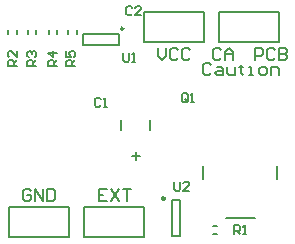
<source format=gto>
%FSLAX24Y24*%
%MOIN*%
G70*
G01*
G75*
G04 Layer_Color=65535*
%ADD10R,0.1024X0.0433*%
%ADD11R,0.0591X0.1181*%
%ADD12R,0.2461X0.2677*%
%ADD13R,0.0276X0.0354*%
%ADD14R,0.0244X0.0480*%
%ADD15R,0.0354X0.0315*%
%ADD16R,0.0512X0.0217*%
%ADD17R,0.0354X0.0276*%
%ADD18R,0.0299X0.0500*%
%ADD19C,0.0200*%
%ADD20C,0.0300*%
%ADD21R,0.0866X0.0866*%
%ADD22C,0.0591*%
%ADD23C,0.0400*%
%ADD24C,0.0100*%
%ADD25C,0.0098*%
%ADD26C,0.0079*%
%ADD27C,0.0050*%
%ADD28C,0.0080*%
D24*
X14298Y17454D02*
G03*
X14298Y17454I-39J0D01*
G01*
D25*
X15686Y11800D02*
G03*
X15686Y11800I-49J0D01*
G01*
D26*
X14228Y14093D02*
Y14407D01*
X15172Y14093D02*
Y14407D01*
X16970Y12439D02*
Y12882D01*
X17708Y11159D02*
X18692D01*
X19430Y12439D02*
Y12882D01*
X17271Y10612D02*
X17429D01*
X17271Y10888D02*
X17429D01*
X12959Y16903D02*
X14141D01*
X12959D02*
Y17297D01*
X14141D01*
Y16903D02*
Y17297D01*
X15912Y11760D02*
X16188D01*
X15912Y10540D02*
X16188D01*
X15912D02*
Y11760D01*
X16188Y10540D02*
Y11760D01*
X11388Y17271D02*
Y17429D01*
X11112Y17271D02*
Y17429D01*
X12088Y17271D02*
Y17429D01*
X11812Y17271D02*
Y17429D01*
X12738Y17271D02*
Y17429D01*
X12462Y17271D02*
Y17429D01*
X10738Y17271D02*
Y17429D01*
X10462Y17271D02*
Y17429D01*
D27*
X15000Y18000D02*
X17000D01*
X15000Y17000D02*
X17000D01*
X15000D02*
Y18000D01*
X17000Y17000D02*
Y18000D01*
X10500Y11500D02*
X12500D01*
X10500Y10500D02*
X12500D01*
X10500D02*
Y11500D01*
X12500Y10500D02*
Y11500D01*
X13000Y10500D02*
X15000D01*
X13000Y11500D02*
X15000D01*
Y10500D02*
Y11500D01*
X13000Y10500D02*
Y11500D01*
X17500Y17000D02*
X19500D01*
X17500Y18000D02*
X19500D01*
Y17000D02*
Y18000D01*
X17500Y17000D02*
Y18000D01*
X16000Y12350D02*
Y12100D01*
X16050Y12050D01*
X16150D01*
X16200Y12100D01*
Y12350D01*
X16500Y12050D02*
X16300D01*
X16500Y12250D01*
Y12300D01*
X16450Y12350D01*
X16350D01*
X16300Y12300D01*
X14300Y16650D02*
Y16400D01*
X14350Y16350D01*
X14450D01*
X14500Y16400D01*
Y16650D01*
X14600Y16350D02*
X14700D01*
X14650D01*
Y16650D01*
X14600Y16600D01*
X12700Y16200D02*
X12400D01*
Y16350D01*
X12450Y16400D01*
X12550D01*
X12600Y16350D01*
Y16200D01*
Y16300D02*
X12700Y16400D01*
X12400Y16700D02*
Y16500D01*
X12550D01*
X12500Y16600D01*
Y16650D01*
X12550Y16700D01*
X12650D01*
X12700Y16650D01*
Y16550D01*
X12650Y16500D01*
X12100Y16200D02*
X11800D01*
Y16350D01*
X11850Y16400D01*
X11950D01*
X12000Y16350D01*
Y16200D01*
Y16300D02*
X12100Y16400D01*
Y16650D02*
X11800D01*
X11950Y16500D01*
Y16700D01*
X11400Y16200D02*
X11100D01*
Y16350D01*
X11150Y16400D01*
X11250D01*
X11300Y16350D01*
Y16200D01*
Y16300D02*
X11400Y16400D01*
X11150Y16500D02*
X11100Y16550D01*
Y16650D01*
X11150Y16700D01*
X11200D01*
X11250Y16650D01*
Y16600D01*
Y16650D01*
X11300Y16700D01*
X11350D01*
X11400Y16650D01*
Y16550D01*
X11350Y16500D01*
X10750Y16200D02*
X10450D01*
Y16350D01*
X10500Y16400D01*
X10600D01*
X10650Y16350D01*
Y16200D01*
Y16300D02*
X10750Y16400D01*
Y16700D02*
Y16500D01*
X10550Y16700D01*
X10500D01*
X10450Y16650D01*
Y16550D01*
X10500Y16500D01*
X18000Y10600D02*
Y10900D01*
X18150D01*
X18200Y10850D01*
Y10750D01*
X18150Y10700D01*
X18000D01*
X18100D02*
X18200Y10600D01*
X18300D02*
X18400D01*
X18350D01*
Y10900D01*
X18300Y10850D01*
X16450Y15050D02*
Y15250D01*
X16400Y15300D01*
X16300D01*
X16250Y15250D01*
Y15050D01*
X16300Y15000D01*
X16400D01*
X16350Y15100D02*
X16450Y15000D01*
X16400D02*
X16450Y15050D01*
X16550Y15000D02*
X16650D01*
X16600D01*
Y15300D01*
X16550Y15250D01*
X14600Y18150D02*
X14550Y18200D01*
X14450D01*
X14400Y18150D01*
Y17950D01*
X14450Y17900D01*
X14550D01*
X14600Y17950D01*
X14900Y17900D02*
X14700D01*
X14900Y18100D01*
Y18150D01*
X14850Y18200D01*
X14750D01*
X14700Y18150D01*
X13550Y15100D02*
X13500Y15150D01*
X13400D01*
X13350Y15100D01*
Y14900D01*
X13400Y14850D01*
X13500D01*
X13550Y14900D01*
X13650Y14850D02*
X13750D01*
X13700D01*
Y15150D01*
X13650Y15100D01*
D28*
X14850Y13200D02*
X14583D01*
X14717Y13333D02*
Y13067D01*
X11217Y12033D02*
X11150Y12100D01*
X11017D01*
X10950Y12033D01*
Y11767D01*
X11017Y11700D01*
X11150D01*
X11217Y11767D01*
Y11900D01*
X11083D01*
X11350Y11700D02*
Y12100D01*
X11616Y11700D01*
Y12100D01*
X11750D02*
Y11700D01*
X11950D01*
X12016Y11767D01*
Y12033D01*
X11950Y12100D01*
X11750D01*
X13767D02*
X13500D01*
Y11700D01*
X13767D01*
X13500Y11900D02*
X13633D01*
X13900Y12100D02*
X14166Y11700D01*
Y12100D02*
X13900Y11700D01*
X14300Y12100D02*
X14566D01*
X14433D01*
Y11700D01*
X15450Y16800D02*
Y16533D01*
X15583Y16400D01*
X15717Y16533D01*
Y16800D01*
X16116Y16733D02*
X16050Y16800D01*
X15917D01*
X15850Y16733D01*
Y16467D01*
X15917Y16400D01*
X16050D01*
X16116Y16467D01*
X16516Y16733D02*
X16450Y16800D01*
X16316D01*
X16250Y16733D01*
Y16467D01*
X16316Y16400D01*
X16450D01*
X16516Y16467D01*
X17567Y16733D02*
X17500Y16800D01*
X17367D01*
X17300Y16733D01*
Y16467D01*
X17367Y16400D01*
X17500D01*
X17567Y16467D01*
X17700Y16400D02*
Y16667D01*
X17833Y16800D01*
X17966Y16667D01*
Y16400D01*
Y16600D01*
X17700D01*
X18700Y16400D02*
Y16800D01*
X18900D01*
X18967Y16733D01*
Y16600D01*
X18900Y16533D01*
X18700D01*
X19366Y16733D02*
X19300Y16800D01*
X19167D01*
X19100Y16733D01*
Y16467D01*
X19167Y16400D01*
X19300D01*
X19366Y16467D01*
X19500Y16800D02*
Y16400D01*
X19700D01*
X19766Y16467D01*
Y16533D01*
X19700Y16600D01*
X19500D01*
X19700D01*
X19766Y16667D01*
Y16733D01*
X19700Y16800D01*
X19500D01*
X17217Y16233D02*
X17150Y16300D01*
X17017D01*
X16950Y16233D01*
Y15967D01*
X17017Y15900D01*
X17150D01*
X17217Y15967D01*
X17417Y16167D02*
X17550D01*
X17616Y16100D01*
Y15900D01*
X17417D01*
X17350Y15967D01*
X17417Y16033D01*
X17616D01*
X17750Y16167D02*
Y15967D01*
X17816Y15900D01*
X18016D01*
Y16167D01*
X18216Y16233D02*
Y16167D01*
X18150D01*
X18283D01*
X18216D01*
Y15967D01*
X18283Y15900D01*
X18483D02*
X18616D01*
X18549D01*
Y16167D01*
X18483D01*
X18883Y15900D02*
X19016D01*
X19083Y15967D01*
Y16100D01*
X19016Y16167D01*
X18883D01*
X18816Y16100D01*
Y15967D01*
X18883Y15900D01*
X19216D02*
Y16167D01*
X19416D01*
X19483Y16100D01*
Y15900D01*
M02*

</source>
